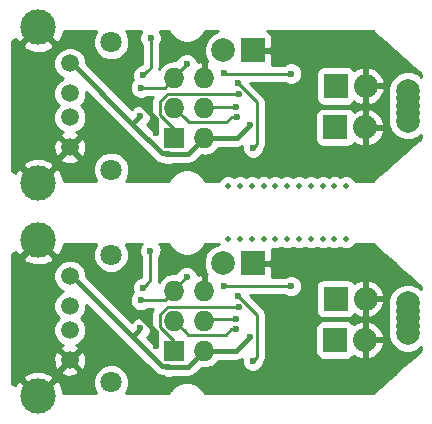
<source format=gbl>
G04 #@! TF.FileFunction,Copper,L2,Bot,Signal*
%FSLAX46Y46*%
G04 Gerber Fmt 4.6, Leading zero omitted, Abs format (unit mm)*
G04 Created by KiCad (PCBNEW 0.201604121231+6687~43~ubuntu15.10.1-product) date Mi 13 Apr 2016 13:49:14 CEST*
%MOMM*%
G01*
G04 APERTURE LIST*
%ADD10C,0.100000*%
%ADD11C,2.000000*%
%ADD12C,1.800000*%
%ADD13C,1.500000*%
%ADD14C,3.000000*%
%ADD15R,2.032000X2.032000*%
%ADD16O,2.032000X2.032000*%
%ADD17R,1.727200X1.727200*%
%ADD18O,1.727200X1.727200*%
%ADD19R,2.000000X2.000000*%
%ADD20C,0.500000*%
%ADD21C,0.600000*%
%ADD22C,0.450000*%
%ADD23C,0.250000*%
%ADD24C,0.254000*%
G04 APERTURE END LIST*
D10*
D11*
X163392800Y-109108800D03*
X163392800Y-111648800D03*
X163392800Y-109743800D03*
X163392800Y-111013800D03*
X163392800Y-110378800D03*
D12*
X138292800Y-105008800D03*
X138292800Y-115808800D03*
D13*
X134792800Y-113920800D03*
X134792800Y-111380800D03*
X134792800Y-109348800D03*
X134792800Y-106808800D03*
D14*
X132125800Y-116968800D03*
X132125800Y-103760800D03*
D15*
X157252800Y-112208800D03*
D16*
X159792800Y-112208800D03*
D15*
X157292800Y-108708800D03*
D16*
X159832800Y-108708800D03*
D17*
X143652800Y-113108800D03*
D18*
X146192800Y-113108800D03*
X143652800Y-110568800D03*
X146192800Y-110568800D03*
X143652800Y-108028800D03*
X146192800Y-108028800D03*
D19*
X150292800Y-105708800D03*
D11*
X147752800Y-105708800D03*
D19*
X150300000Y-87700000D03*
D11*
X147760000Y-87700000D03*
D17*
X143660000Y-95100000D03*
D18*
X146200000Y-95100000D03*
X143660000Y-92560000D03*
X146200000Y-92560000D03*
X143660000Y-90020000D03*
X146200000Y-90020000D03*
D15*
X157300000Y-90700000D03*
D16*
X159840000Y-90700000D03*
D15*
X157260000Y-94200000D03*
D16*
X159800000Y-94200000D03*
D13*
X134800000Y-95912000D03*
X134800000Y-93372000D03*
X134800000Y-91340000D03*
X134800000Y-88800000D03*
D14*
X132133000Y-98960000D03*
X132133000Y-85752000D03*
D20*
X148200000Y-99150000D03*
X149200000Y-99150000D03*
X150200000Y-99150000D03*
X151200000Y-99150000D03*
X152200000Y-99150000D03*
X153200000Y-99150000D03*
X154200000Y-99150000D03*
X155200000Y-99150000D03*
X156200000Y-99150000D03*
X157200000Y-99150000D03*
X158200000Y-99150000D03*
X158200000Y-103650000D03*
X157200000Y-103650000D03*
X156200000Y-103650000D03*
X155200000Y-103650000D03*
X154200000Y-103650000D03*
X153200000Y-103650000D03*
X152200000Y-103650000D03*
X151200000Y-103650000D03*
X150200000Y-103650000D03*
X149200000Y-103650000D03*
X148200000Y-103650000D03*
D12*
X138300000Y-87000000D03*
X138300000Y-97800000D03*
D11*
X163400000Y-91100000D03*
X163400000Y-93640000D03*
X163400000Y-91735000D03*
X163400000Y-93005000D03*
X163400000Y-92370000D03*
D21*
X150021214Y-111993473D03*
X143143330Y-114472402D03*
X140760124Y-111238407D03*
X140767324Y-93229607D03*
X143150530Y-96463602D03*
X150028414Y-93984673D03*
X141142800Y-114458800D03*
X155488100Y-108429500D03*
X155647900Y-115589300D03*
X136292800Y-110208800D03*
X142992800Y-105508800D03*
X140292800Y-105508800D03*
X142092800Y-112708800D03*
X140292800Y-106983810D03*
X140300000Y-88975010D03*
X142100000Y-94700000D03*
X140300000Y-87500000D03*
X143000000Y-87500000D03*
X141150000Y-96450000D03*
X136300000Y-92200000D03*
X155655100Y-97580500D03*
X155495300Y-90420700D03*
X148908218Y-111302969D03*
X148915418Y-93294169D03*
X148866943Y-110460345D03*
X148874143Y-92451545D03*
X149088400Y-109407500D03*
X149095600Y-91398700D03*
X149021600Y-108446600D03*
X150292800Y-113971300D03*
X150300000Y-95962500D03*
X149028800Y-90437800D03*
X147821600Y-107652700D03*
X153536700Y-107660800D03*
X153543900Y-89652000D03*
X147828800Y-89643900D03*
X140798700Y-108853100D03*
X144689000Y-106876000D03*
X144696200Y-88867200D03*
X140805900Y-90844300D03*
X141625000Y-104653100D03*
X140998400Y-107783820D03*
X141005600Y-89775020D03*
X141632200Y-86644300D03*
D22*
X140149700Y-111995700D02*
X142577500Y-114423500D01*
X140149700Y-111995700D02*
X134962800Y-106808800D01*
X134962800Y-106808800D02*
X134792800Y-106808800D01*
X143094428Y-114423500D02*
X143143330Y-114472402D01*
X142577500Y-114423500D02*
X143094428Y-114423500D01*
X140460125Y-111538406D02*
X140760124Y-111238407D01*
X140149700Y-111995700D02*
X140149700Y-111848831D01*
X140149700Y-111848831D02*
X140460125Y-111538406D01*
X148905887Y-113108800D02*
X150021214Y-111993473D01*
X146192800Y-113108800D02*
X148905887Y-113108800D01*
X144829198Y-114472402D02*
X143143330Y-114472402D01*
X146192800Y-113108800D02*
X144829198Y-114472402D01*
X146200000Y-95100000D02*
X144836398Y-96463602D01*
X144836398Y-96463602D02*
X143150530Y-96463602D01*
X146200000Y-95100000D02*
X148913087Y-95100000D01*
X148913087Y-95100000D02*
X150028414Y-93984673D01*
X140156900Y-93840031D02*
X140467325Y-93529606D01*
X140156900Y-93986900D02*
X140156900Y-93840031D01*
X140467325Y-93529606D02*
X140767324Y-93229607D01*
X142584700Y-96414700D02*
X143101628Y-96414700D01*
X143101628Y-96414700D02*
X143150530Y-96463602D01*
X134970000Y-88800000D02*
X134800000Y-88800000D01*
X140156900Y-93986900D02*
X134970000Y-88800000D01*
X140156900Y-93986900D02*
X142584700Y-96414700D01*
X130625801Y-115468801D02*
X132125800Y-116968800D01*
X130625801Y-105260799D02*
X130625801Y-115468801D01*
X132125800Y-103760800D02*
X130625801Y-105260799D01*
X136292800Y-112420800D02*
X134792800Y-113920800D01*
X136292800Y-110208800D02*
X136292800Y-112420800D01*
X146192800Y-106807486D02*
X144844114Y-105458800D01*
X146192800Y-108028800D02*
X146192800Y-106807486D01*
X143042800Y-105458800D02*
X142992800Y-105508800D01*
X144844114Y-105458800D02*
X143042800Y-105458800D01*
X142092800Y-111545763D02*
X139242800Y-108695763D01*
X142092800Y-112708800D02*
X142092800Y-111545763D01*
X139242800Y-108695763D02*
X139242800Y-107258800D01*
X140292800Y-105508800D02*
X140292800Y-106983810D01*
X140300000Y-87500000D02*
X140300000Y-88975010D01*
X139250000Y-90686963D02*
X139250000Y-89250000D01*
X142100000Y-94700000D02*
X142100000Y-93536963D01*
X142100000Y-93536963D02*
X139250000Y-90686963D01*
X144851314Y-87450000D02*
X143050000Y-87450000D01*
X143050000Y-87450000D02*
X143000000Y-87500000D01*
X146200000Y-90020000D02*
X146200000Y-88798686D01*
X146200000Y-88798686D02*
X144851314Y-87450000D01*
X132133000Y-85752000D02*
X130633001Y-87251999D01*
X130633001Y-87251999D02*
X130633001Y-97460001D01*
X130633001Y-97460001D02*
X132133000Y-98960000D01*
X136300000Y-92200000D02*
X136300000Y-94412000D01*
X136300000Y-94412000D02*
X134800000Y-95912000D01*
D23*
X148029522Y-111757401D02*
X144841401Y-111757401D01*
X144841401Y-111757401D02*
X144516399Y-111432399D01*
X148483954Y-111302969D02*
X148029522Y-111757401D01*
X144516399Y-111432399D02*
X143652800Y-110568800D01*
X148908218Y-111302969D02*
X148483954Y-111302969D01*
X148915418Y-93294169D02*
X148491154Y-93294169D01*
X144523599Y-93423599D02*
X143660000Y-92560000D01*
X148491154Y-93294169D02*
X148036722Y-93748601D01*
X144848601Y-93748601D02*
X144523599Y-93423599D01*
X148036722Y-93748601D02*
X144848601Y-93748601D01*
X146301255Y-110460345D02*
X146192800Y-110568800D01*
X148866943Y-110460345D02*
X146301255Y-110460345D01*
X148874143Y-92451545D02*
X146308455Y-92451545D01*
X146308455Y-92451545D02*
X146200000Y-92560000D01*
X148664136Y-109407500D02*
X149088400Y-109407500D01*
X148636835Y-109380199D02*
X148664136Y-109407500D01*
X143082271Y-109380199D02*
X148636835Y-109380199D01*
X142464199Y-109998271D02*
X143082271Y-109380199D01*
X142464199Y-111139329D02*
X142464199Y-109998271D01*
X143652800Y-112327930D02*
X142464199Y-111139329D01*
X143652800Y-113108800D02*
X143652800Y-112327930D01*
X143660000Y-95100000D02*
X143660000Y-94319130D01*
X143660000Y-94319130D02*
X142471399Y-93130529D01*
X142471399Y-93130529D02*
X142471399Y-91989471D01*
X142471399Y-91989471D02*
X143089471Y-91371399D01*
X143089471Y-91371399D02*
X148644035Y-91371399D01*
X148644035Y-91371399D02*
X148671336Y-91398700D01*
X148671336Y-91398700D02*
X149095600Y-91398700D01*
X150292800Y-113971300D02*
X150646215Y-113617885D01*
X150646215Y-113617885D02*
X150646215Y-110071215D01*
X150646215Y-110071215D02*
X149321599Y-108746599D01*
X149321599Y-108746599D02*
X149021600Y-108446600D01*
X149328799Y-90737799D02*
X149028800Y-90437800D01*
X150653415Y-92062415D02*
X149328799Y-90737799D01*
X150653415Y-95609085D02*
X150653415Y-92062415D01*
X150300000Y-95962500D02*
X150653415Y-95609085D01*
X147829700Y-107660800D02*
X147821600Y-107652700D01*
X153536700Y-107660800D02*
X147829700Y-107660800D01*
X153543900Y-89652000D02*
X147836900Y-89652000D01*
X147836900Y-89652000D02*
X147828800Y-89643900D01*
X143652800Y-108028800D02*
X143652800Y-107434300D01*
X144652900Y-106839900D02*
X144689000Y-106876000D01*
X143652800Y-107912200D02*
X144689000Y-106876000D01*
X143652800Y-108028800D02*
X143652800Y-107912200D01*
X143272779Y-108408821D02*
X143652800Y-108028800D01*
X140798700Y-108853100D02*
X142828500Y-108853100D01*
X142828500Y-108853100D02*
X143272779Y-108408821D01*
X142835700Y-90844300D02*
X143279979Y-90400021D01*
X140805900Y-90844300D02*
X142835700Y-90844300D01*
X143279979Y-90400021D02*
X143660000Y-90020000D01*
X143660000Y-90020000D02*
X143660000Y-89903400D01*
X143660000Y-89903400D02*
X144696200Y-88867200D01*
X144660100Y-88831100D02*
X144696200Y-88867200D01*
X143660000Y-90020000D02*
X143660000Y-89425500D01*
X141625000Y-104653100D02*
X141625000Y-107157220D01*
X141298399Y-107483821D02*
X140998400Y-107783820D01*
X141625000Y-107157220D02*
X141298399Y-107483821D01*
X141632200Y-89148420D02*
X141305599Y-89475021D01*
X141305599Y-89475021D02*
X141005600Y-89775020D01*
X141632200Y-86644300D02*
X141632200Y-89148420D01*
D24*
G36*
X130798635Y-87265970D02*
X130958418Y-87584739D01*
X131749187Y-87894723D01*
X132598387Y-87878497D01*
X133307582Y-87584739D01*
X133467365Y-87265970D01*
X132289856Y-86088461D01*
X132649066Y-86088461D01*
X133646970Y-87086365D01*
X133965739Y-86926582D01*
X134275723Y-86135813D01*
X134274818Y-86088461D01*
X137040417Y-86088461D01*
X136999449Y-86129357D01*
X136765267Y-86693330D01*
X136764735Y-87303991D01*
X136997932Y-87868371D01*
X137429357Y-88300551D01*
X137993330Y-88534733D01*
X138603991Y-88535265D01*
X139168371Y-88302068D01*
X139600551Y-87870643D01*
X139834733Y-87306670D01*
X139835265Y-86696009D01*
X139602068Y-86131629D01*
X139558975Y-86088461D01*
X140865565Y-86088461D01*
X140840008Y-86113973D01*
X140697362Y-86457501D01*
X140697038Y-86829467D01*
X140839083Y-87173243D01*
X140872200Y-87206418D01*
X140872200Y-88833618D01*
X140865920Y-88839898D01*
X140820433Y-88839858D01*
X140476657Y-88981903D01*
X140213408Y-89244693D01*
X140070762Y-89588221D01*
X140070438Y-89960187D01*
X140157365Y-90170567D01*
X140013708Y-90313973D01*
X139871062Y-90657501D01*
X139870738Y-91029467D01*
X140012783Y-91373243D01*
X140275573Y-91636492D01*
X140619101Y-91779138D01*
X140991067Y-91779462D01*
X141334843Y-91637417D01*
X141368018Y-91604300D01*
X141832281Y-91604300D01*
X141769251Y-91698632D01*
X141711399Y-91989471D01*
X141711399Y-93130529D01*
X141769251Y-93421368D01*
X141933998Y-93667930D01*
X142220858Y-93954790D01*
X142198243Y-93988635D01*
X142148960Y-94236400D01*
X142148960Y-94762736D01*
X141352657Y-93966433D01*
X141559516Y-93759934D01*
X141702162Y-93416406D01*
X141702486Y-93044440D01*
X141560441Y-92700664D01*
X141297651Y-92437415D01*
X140954123Y-92294769D01*
X140582157Y-92294445D01*
X140238381Y-92436490D01*
X140030366Y-92644142D01*
X136185002Y-88798778D01*
X136185240Y-88525715D01*
X135974831Y-88016485D01*
X135585564Y-87626539D01*
X135076702Y-87415241D01*
X134525715Y-87414760D01*
X134016485Y-87625169D01*
X133626539Y-88014436D01*
X133415241Y-88523298D01*
X133414760Y-89074285D01*
X133625169Y-89583515D01*
X134014436Y-89973461D01*
X134246870Y-90069976D01*
X134016485Y-90165169D01*
X133626539Y-90554436D01*
X133415241Y-91063298D01*
X133414760Y-91614285D01*
X133625169Y-92123515D01*
X133857313Y-92356064D01*
X133626539Y-92586436D01*
X133415241Y-93095298D01*
X133414760Y-93646285D01*
X133625169Y-94155515D01*
X134014436Y-94545461D01*
X134230979Y-94635377D01*
X134076077Y-94699540D01*
X134008088Y-94940483D01*
X134800000Y-95732395D01*
X135591912Y-94940483D01*
X135523923Y-94699540D01*
X135357379Y-94640268D01*
X135583515Y-94546831D01*
X135973461Y-94157564D01*
X136184759Y-93648702D01*
X136185240Y-93097715D01*
X135974831Y-92588485D01*
X135742687Y-92355936D01*
X135973461Y-92125564D01*
X136184759Y-91616702D01*
X136185095Y-91231319D01*
X141976588Y-97022812D01*
X142255593Y-97209237D01*
X142584700Y-97274700D01*
X142665733Y-97274700D01*
X142963731Y-97398440D01*
X143335697Y-97398764D01*
X143517603Y-97323602D01*
X144836398Y-97323602D01*
X145165506Y-97258138D01*
X145444510Y-97071714D01*
X145959602Y-96556622D01*
X146170641Y-96598600D01*
X146229359Y-96598600D01*
X146802848Y-96484526D01*
X147289029Y-96159670D01*
X147422444Y-95960000D01*
X148913087Y-95960000D01*
X149242195Y-95894536D01*
X149365130Y-95812394D01*
X149364838Y-96147667D01*
X149506883Y-96491443D01*
X149769673Y-96754692D01*
X150113201Y-96897338D01*
X150485167Y-96897662D01*
X150828943Y-96755617D01*
X151092192Y-96492827D01*
X151234838Y-96149299D01*
X151234898Y-96080513D01*
X151355563Y-95899925D01*
X151413415Y-95609085D01*
X151413415Y-93184000D01*
X155596560Y-93184000D01*
X155596560Y-95216000D01*
X155645843Y-95463765D01*
X155786191Y-95673809D01*
X155996235Y-95814157D01*
X156244000Y-95863440D01*
X158276000Y-95863440D01*
X158523765Y-95814157D01*
X158733809Y-95673809D01*
X158838662Y-95516887D01*
X158935182Y-95606385D01*
X159417056Y-95805975D01*
X159673000Y-95686836D01*
X159673000Y-94327000D01*
X159927000Y-94327000D01*
X159927000Y-95686836D01*
X160182944Y-95805975D01*
X160664818Y-95606385D01*
X161137188Y-95168379D01*
X161405983Y-94582946D01*
X161287367Y-94327000D01*
X159927000Y-94327000D01*
X159673000Y-94327000D01*
X159653000Y-94327000D01*
X159653000Y-94073000D01*
X159673000Y-94073000D01*
X159673000Y-92713164D01*
X159927000Y-92713164D01*
X159927000Y-94073000D01*
X161287367Y-94073000D01*
X161405983Y-93817054D01*
X161137188Y-93231621D01*
X160664818Y-92793615D01*
X160182944Y-92594025D01*
X159927000Y-92713164D01*
X159673000Y-92713164D01*
X159417056Y-92594025D01*
X158935182Y-92793615D01*
X158838662Y-92883113D01*
X158733809Y-92726191D01*
X158523765Y-92585843D01*
X158276000Y-92536560D01*
X156244000Y-92536560D01*
X155996235Y-92585843D01*
X155786191Y-92726191D01*
X155645843Y-92936235D01*
X155596560Y-93184000D01*
X151413415Y-93184000D01*
X151413415Y-92062415D01*
X151355563Y-91771576D01*
X151190816Y-91525014D01*
X150077802Y-90412000D01*
X152981437Y-90412000D01*
X153013573Y-90444192D01*
X153357101Y-90586838D01*
X153729067Y-90587162D01*
X154072843Y-90445117D01*
X154336092Y-90182327D01*
X154478738Y-89838799D01*
X154478872Y-89684000D01*
X155636560Y-89684000D01*
X155636560Y-91716000D01*
X155685843Y-91963765D01*
X155826191Y-92173809D01*
X156036235Y-92314157D01*
X156284000Y-92363440D01*
X158316000Y-92363440D01*
X158563765Y-92314157D01*
X158773809Y-92173809D01*
X158878662Y-92016887D01*
X158975182Y-92106385D01*
X159457056Y-92305975D01*
X159713000Y-92186836D01*
X159713000Y-90827000D01*
X159967000Y-90827000D01*
X159967000Y-92186836D01*
X160222944Y-92305975D01*
X160704818Y-92106385D01*
X161177188Y-91668379D01*
X161445983Y-91082946D01*
X161327367Y-90827000D01*
X159967000Y-90827000D01*
X159713000Y-90827000D01*
X159693000Y-90827000D01*
X159693000Y-90573000D01*
X159713000Y-90573000D01*
X159713000Y-89213164D01*
X159967000Y-89213164D01*
X159967000Y-90573000D01*
X161327367Y-90573000D01*
X161445983Y-90317054D01*
X161177188Y-89731621D01*
X160704818Y-89293615D01*
X160222944Y-89094025D01*
X159967000Y-89213164D01*
X159713000Y-89213164D01*
X159457056Y-89094025D01*
X158975182Y-89293615D01*
X158878662Y-89383113D01*
X158773809Y-89226191D01*
X158563765Y-89085843D01*
X158316000Y-89036560D01*
X156284000Y-89036560D01*
X156036235Y-89085843D01*
X155826191Y-89226191D01*
X155685843Y-89436235D01*
X155636560Y-89684000D01*
X154478872Y-89684000D01*
X154479062Y-89466833D01*
X154337017Y-89123057D01*
X154074227Y-88859808D01*
X153730699Y-88717162D01*
X153358733Y-88716838D01*
X153014957Y-88858883D01*
X152981782Y-88892000D01*
X151907790Y-88892000D01*
X151935000Y-88826309D01*
X151935000Y-87985750D01*
X151776250Y-87827000D01*
X150427000Y-87827000D01*
X150427000Y-87847000D01*
X150173000Y-87847000D01*
X150173000Y-87827000D01*
X150153000Y-87827000D01*
X150153000Y-87573000D01*
X150173000Y-87573000D01*
X150173000Y-87553000D01*
X150427000Y-87553000D01*
X150427000Y-87573000D01*
X151776250Y-87573000D01*
X151935000Y-87414250D01*
X151935000Y-86573691D01*
X151838327Y-86340302D01*
X151659699Y-86161673D01*
X151482950Y-86088461D01*
X160440935Y-86088461D01*
X160655457Y-86279173D01*
X160655459Y-86279176D01*
X161064530Y-86642844D01*
X161473562Y-87006479D01*
X161473565Y-87006482D01*
X161882738Y-87370240D01*
X162291597Y-87733720D01*
X162700503Y-88097242D01*
X163109513Y-88460856D01*
X163109515Y-88460859D01*
X163518508Y-88824459D01*
X163518511Y-88824461D01*
X163927549Y-89188100D01*
X164336608Y-89551758D01*
X164515969Y-89711212D01*
X164515969Y-89903658D01*
X164327363Y-89714722D01*
X163726648Y-89465284D01*
X163076205Y-89464716D01*
X162475057Y-89713106D01*
X162014722Y-90172637D01*
X161765284Y-90773352D01*
X161764716Y-91423795D01*
X161765269Y-91425134D01*
X161764716Y-92058795D01*
X161765269Y-92060134D01*
X161764716Y-92693795D01*
X161765269Y-92695134D01*
X161764716Y-93328795D01*
X161765269Y-93330134D01*
X161764716Y-93963795D01*
X162013106Y-94564943D01*
X162472637Y-95025278D01*
X163073352Y-95274716D01*
X163723795Y-95275284D01*
X164324943Y-95026894D01*
X164515969Y-94836202D01*
X164515969Y-95096027D01*
X164336662Y-95255432D01*
X164336659Y-95255434D01*
X163927590Y-95619102D01*
X163927587Y-95619104D01*
X163518554Y-95982740D01*
X163109380Y-96346500D01*
X163109378Y-96346503D01*
X162700522Y-96709980D01*
X162291616Y-97073502D01*
X161882605Y-97437117D01*
X161882602Y-97437119D01*
X161473609Y-97800719D01*
X161473607Y-97800722D01*
X161064570Y-98164360D01*
X160655514Y-98528015D01*
X160655511Y-98528017D01*
X160440935Y-98718778D01*
X158979394Y-98718778D01*
X158950704Y-98649343D01*
X158701967Y-98400171D01*
X158376810Y-98265154D01*
X158024735Y-98264847D01*
X157699602Y-98399189D01*
X157376810Y-98265154D01*
X157024735Y-98264847D01*
X156699602Y-98399189D01*
X156376810Y-98265154D01*
X156024735Y-98264847D01*
X155699602Y-98399189D01*
X155376810Y-98265154D01*
X155024735Y-98264847D01*
X154699602Y-98399189D01*
X154376810Y-98265154D01*
X154024735Y-98264847D01*
X153699602Y-98399189D01*
X153376810Y-98265154D01*
X153024735Y-98264847D01*
X152699602Y-98399189D01*
X152376810Y-98265154D01*
X152024735Y-98264847D01*
X151699602Y-98399189D01*
X151376810Y-98265154D01*
X151024735Y-98264847D01*
X150699602Y-98399189D01*
X150376810Y-98265154D01*
X150024735Y-98264847D01*
X149699602Y-98399189D01*
X149376810Y-98265154D01*
X149024735Y-98264847D01*
X148699602Y-98399189D01*
X148376810Y-98265154D01*
X148024735Y-98264847D01*
X147699343Y-98399296D01*
X147450171Y-98648033D01*
X147420795Y-98718778D01*
X146225165Y-98718778D01*
X146209032Y-98686041D01*
X146200197Y-98641630D01*
X146150468Y-98567208D01*
X146110900Y-98486919D01*
X146076862Y-98457053D01*
X146051704Y-98419402D01*
X145685610Y-98053320D01*
X145647964Y-98028167D01*
X145618104Y-97994137D01*
X145537811Y-97954567D01*
X145463378Y-97904835D01*
X145418974Y-97896003D01*
X145378362Y-97875989D01*
X144878386Y-97742166D01*
X144833475Y-97739235D01*
X144790862Y-97724757D01*
X144701268Y-97730605D01*
X144611680Y-97724758D01*
X144569070Y-97739235D01*
X144524156Y-97742167D01*
X144024162Y-97876001D01*
X143983548Y-97896016D01*
X143939139Y-97904850D01*
X143864712Y-97954581D01*
X143784421Y-97994150D01*
X143754558Y-98028184D01*
X143716910Y-98053340D01*
X143350823Y-98419430D01*
X143325668Y-98457078D01*
X143291633Y-98486942D01*
X143252064Y-98567236D01*
X143202335Y-98641661D01*
X143193502Y-98686069D01*
X143177383Y-98718778D01*
X139552332Y-98718778D01*
X139600551Y-98670643D01*
X139834733Y-98106670D01*
X139835265Y-97496009D01*
X139602068Y-96931629D01*
X139170643Y-96499449D01*
X138606670Y-96265267D01*
X137996009Y-96264735D01*
X137431629Y-96497932D01*
X136999449Y-96929357D01*
X136765267Y-97493330D01*
X136764735Y-98103991D01*
X136997932Y-98668371D01*
X137048251Y-98718778D01*
X134263780Y-98718778D01*
X134259497Y-98494613D01*
X133965739Y-97785418D01*
X133646970Y-97625635D01*
X132553827Y-98718778D01*
X132194617Y-98718778D01*
X133467365Y-97446030D01*
X133307582Y-97127261D01*
X132685792Y-96883517D01*
X134008088Y-96883517D01*
X134076077Y-97124460D01*
X134595171Y-97309201D01*
X135145448Y-97281230D01*
X135523923Y-97124460D01*
X135591912Y-96883517D01*
X134800000Y-96091605D01*
X134008088Y-96883517D01*
X132685792Y-96883517D01*
X132516813Y-96817277D01*
X131667613Y-96833503D01*
X130958418Y-97127261D01*
X130798635Y-97446030D01*
X132071383Y-98718778D01*
X131712173Y-98718778D01*
X130619030Y-97625635D01*
X130300261Y-97785418D01*
X130192479Y-98060369D01*
X130185441Y-98053331D01*
X130147796Y-98028178D01*
X130117936Y-97994147D01*
X130037642Y-97954576D01*
X129963210Y-97904843D01*
X129918805Y-97896011D01*
X129886100Y-97879893D01*
X129886100Y-95707171D01*
X133402799Y-95707171D01*
X133430770Y-96257448D01*
X133587540Y-96635923D01*
X133828483Y-96703912D01*
X134620395Y-95912000D01*
X134979605Y-95912000D01*
X135771517Y-96703912D01*
X136012460Y-96635923D01*
X136197201Y-96116829D01*
X136169230Y-95566552D01*
X136012460Y-95188077D01*
X135771517Y-95120088D01*
X134979605Y-95912000D01*
X134620395Y-95912000D01*
X133828483Y-95120088D01*
X133587540Y-95188077D01*
X133402799Y-95707171D01*
X129886100Y-95707171D01*
X129886100Y-86927908D01*
X129919102Y-86911641D01*
X129963581Y-86902780D01*
X130037934Y-86853067D01*
X130118157Y-86813524D01*
X130148066Y-86779432D01*
X130185767Y-86754225D01*
X130216239Y-86723735D01*
X130300261Y-86926582D01*
X130619030Y-87086365D01*
X131616934Y-86088461D01*
X131976144Y-86088461D01*
X130798635Y-87265970D01*
X130798635Y-87265970D01*
G37*
X130798635Y-87265970D02*
X130958418Y-87584739D01*
X131749187Y-87894723D01*
X132598387Y-87878497D01*
X133307582Y-87584739D01*
X133467365Y-87265970D01*
X132289856Y-86088461D01*
X132649066Y-86088461D01*
X133646970Y-87086365D01*
X133965739Y-86926582D01*
X134275723Y-86135813D01*
X134274818Y-86088461D01*
X137040417Y-86088461D01*
X136999449Y-86129357D01*
X136765267Y-86693330D01*
X136764735Y-87303991D01*
X136997932Y-87868371D01*
X137429357Y-88300551D01*
X137993330Y-88534733D01*
X138603991Y-88535265D01*
X139168371Y-88302068D01*
X139600551Y-87870643D01*
X139834733Y-87306670D01*
X139835265Y-86696009D01*
X139602068Y-86131629D01*
X139558975Y-86088461D01*
X140865565Y-86088461D01*
X140840008Y-86113973D01*
X140697362Y-86457501D01*
X140697038Y-86829467D01*
X140839083Y-87173243D01*
X140872200Y-87206418D01*
X140872200Y-88833618D01*
X140865920Y-88839898D01*
X140820433Y-88839858D01*
X140476657Y-88981903D01*
X140213408Y-89244693D01*
X140070762Y-89588221D01*
X140070438Y-89960187D01*
X140157365Y-90170567D01*
X140013708Y-90313973D01*
X139871062Y-90657501D01*
X139870738Y-91029467D01*
X140012783Y-91373243D01*
X140275573Y-91636492D01*
X140619101Y-91779138D01*
X140991067Y-91779462D01*
X141334843Y-91637417D01*
X141368018Y-91604300D01*
X141832281Y-91604300D01*
X141769251Y-91698632D01*
X141711399Y-91989471D01*
X141711399Y-93130529D01*
X141769251Y-93421368D01*
X141933998Y-93667930D01*
X142220858Y-93954790D01*
X142198243Y-93988635D01*
X142148960Y-94236400D01*
X142148960Y-94762736D01*
X141352657Y-93966433D01*
X141559516Y-93759934D01*
X141702162Y-93416406D01*
X141702486Y-93044440D01*
X141560441Y-92700664D01*
X141297651Y-92437415D01*
X140954123Y-92294769D01*
X140582157Y-92294445D01*
X140238381Y-92436490D01*
X140030366Y-92644142D01*
X136185002Y-88798778D01*
X136185240Y-88525715D01*
X135974831Y-88016485D01*
X135585564Y-87626539D01*
X135076702Y-87415241D01*
X134525715Y-87414760D01*
X134016485Y-87625169D01*
X133626539Y-88014436D01*
X133415241Y-88523298D01*
X133414760Y-89074285D01*
X133625169Y-89583515D01*
X134014436Y-89973461D01*
X134246870Y-90069976D01*
X134016485Y-90165169D01*
X133626539Y-90554436D01*
X133415241Y-91063298D01*
X133414760Y-91614285D01*
X133625169Y-92123515D01*
X133857313Y-92356064D01*
X133626539Y-92586436D01*
X133415241Y-93095298D01*
X133414760Y-93646285D01*
X133625169Y-94155515D01*
X134014436Y-94545461D01*
X134230979Y-94635377D01*
X134076077Y-94699540D01*
X134008088Y-94940483D01*
X134800000Y-95732395D01*
X135591912Y-94940483D01*
X135523923Y-94699540D01*
X135357379Y-94640268D01*
X135583515Y-94546831D01*
X135973461Y-94157564D01*
X136184759Y-93648702D01*
X136185240Y-93097715D01*
X135974831Y-92588485D01*
X135742687Y-92355936D01*
X135973461Y-92125564D01*
X136184759Y-91616702D01*
X136185095Y-91231319D01*
X141976588Y-97022812D01*
X142255593Y-97209237D01*
X142584700Y-97274700D01*
X142665733Y-97274700D01*
X142963731Y-97398440D01*
X143335697Y-97398764D01*
X143517603Y-97323602D01*
X144836398Y-97323602D01*
X145165506Y-97258138D01*
X145444510Y-97071714D01*
X145959602Y-96556622D01*
X146170641Y-96598600D01*
X146229359Y-96598600D01*
X146802848Y-96484526D01*
X147289029Y-96159670D01*
X147422444Y-95960000D01*
X148913087Y-95960000D01*
X149242195Y-95894536D01*
X149365130Y-95812394D01*
X149364838Y-96147667D01*
X149506883Y-96491443D01*
X149769673Y-96754692D01*
X150113201Y-96897338D01*
X150485167Y-96897662D01*
X150828943Y-96755617D01*
X151092192Y-96492827D01*
X151234838Y-96149299D01*
X151234898Y-96080513D01*
X151355563Y-95899925D01*
X151413415Y-95609085D01*
X151413415Y-93184000D01*
X155596560Y-93184000D01*
X155596560Y-95216000D01*
X155645843Y-95463765D01*
X155786191Y-95673809D01*
X155996235Y-95814157D01*
X156244000Y-95863440D01*
X158276000Y-95863440D01*
X158523765Y-95814157D01*
X158733809Y-95673809D01*
X158838662Y-95516887D01*
X158935182Y-95606385D01*
X159417056Y-95805975D01*
X159673000Y-95686836D01*
X159673000Y-94327000D01*
X159927000Y-94327000D01*
X159927000Y-95686836D01*
X160182944Y-95805975D01*
X160664818Y-95606385D01*
X161137188Y-95168379D01*
X161405983Y-94582946D01*
X161287367Y-94327000D01*
X159927000Y-94327000D01*
X159673000Y-94327000D01*
X159653000Y-94327000D01*
X159653000Y-94073000D01*
X159673000Y-94073000D01*
X159673000Y-92713164D01*
X159927000Y-92713164D01*
X159927000Y-94073000D01*
X161287367Y-94073000D01*
X161405983Y-93817054D01*
X161137188Y-93231621D01*
X160664818Y-92793615D01*
X160182944Y-92594025D01*
X159927000Y-92713164D01*
X159673000Y-92713164D01*
X159417056Y-92594025D01*
X158935182Y-92793615D01*
X158838662Y-92883113D01*
X158733809Y-92726191D01*
X158523765Y-92585843D01*
X158276000Y-92536560D01*
X156244000Y-92536560D01*
X155996235Y-92585843D01*
X155786191Y-92726191D01*
X155645843Y-92936235D01*
X155596560Y-93184000D01*
X151413415Y-93184000D01*
X151413415Y-92062415D01*
X151355563Y-91771576D01*
X151190816Y-91525014D01*
X150077802Y-90412000D01*
X152981437Y-90412000D01*
X153013573Y-90444192D01*
X153357101Y-90586838D01*
X153729067Y-90587162D01*
X154072843Y-90445117D01*
X154336092Y-90182327D01*
X154478738Y-89838799D01*
X154478872Y-89684000D01*
X155636560Y-89684000D01*
X155636560Y-91716000D01*
X155685843Y-91963765D01*
X155826191Y-92173809D01*
X156036235Y-92314157D01*
X156284000Y-92363440D01*
X158316000Y-92363440D01*
X158563765Y-92314157D01*
X158773809Y-92173809D01*
X158878662Y-92016887D01*
X158975182Y-92106385D01*
X159457056Y-92305975D01*
X159713000Y-92186836D01*
X159713000Y-90827000D01*
X159967000Y-90827000D01*
X159967000Y-92186836D01*
X160222944Y-92305975D01*
X160704818Y-92106385D01*
X161177188Y-91668379D01*
X161445983Y-91082946D01*
X161327367Y-90827000D01*
X159967000Y-90827000D01*
X159713000Y-90827000D01*
X159693000Y-90827000D01*
X159693000Y-90573000D01*
X159713000Y-90573000D01*
X159713000Y-89213164D01*
X159967000Y-89213164D01*
X159967000Y-90573000D01*
X161327367Y-90573000D01*
X161445983Y-90317054D01*
X161177188Y-89731621D01*
X160704818Y-89293615D01*
X160222944Y-89094025D01*
X159967000Y-89213164D01*
X159713000Y-89213164D01*
X159457056Y-89094025D01*
X158975182Y-89293615D01*
X158878662Y-89383113D01*
X158773809Y-89226191D01*
X158563765Y-89085843D01*
X158316000Y-89036560D01*
X156284000Y-89036560D01*
X156036235Y-89085843D01*
X155826191Y-89226191D01*
X155685843Y-89436235D01*
X155636560Y-89684000D01*
X154478872Y-89684000D01*
X154479062Y-89466833D01*
X154337017Y-89123057D01*
X154074227Y-88859808D01*
X153730699Y-88717162D01*
X153358733Y-88716838D01*
X153014957Y-88858883D01*
X152981782Y-88892000D01*
X151907790Y-88892000D01*
X151935000Y-88826309D01*
X151935000Y-87985750D01*
X151776250Y-87827000D01*
X150427000Y-87827000D01*
X150427000Y-87847000D01*
X150173000Y-87847000D01*
X150173000Y-87827000D01*
X150153000Y-87827000D01*
X150153000Y-87573000D01*
X150173000Y-87573000D01*
X150173000Y-87553000D01*
X150427000Y-87553000D01*
X150427000Y-87573000D01*
X151776250Y-87573000D01*
X151935000Y-87414250D01*
X151935000Y-86573691D01*
X151838327Y-86340302D01*
X151659699Y-86161673D01*
X151482950Y-86088461D01*
X160440935Y-86088461D01*
X160655457Y-86279173D01*
X160655459Y-86279176D01*
X161064530Y-86642844D01*
X161473562Y-87006479D01*
X161473565Y-87006482D01*
X161882738Y-87370240D01*
X162291597Y-87733720D01*
X162700503Y-88097242D01*
X163109513Y-88460856D01*
X163109515Y-88460859D01*
X163518508Y-88824459D01*
X163518511Y-88824461D01*
X163927549Y-89188100D01*
X164336608Y-89551758D01*
X164515969Y-89711212D01*
X164515969Y-89903658D01*
X164327363Y-89714722D01*
X163726648Y-89465284D01*
X163076205Y-89464716D01*
X162475057Y-89713106D01*
X162014722Y-90172637D01*
X161765284Y-90773352D01*
X161764716Y-91423795D01*
X161765269Y-91425134D01*
X161764716Y-92058795D01*
X161765269Y-92060134D01*
X161764716Y-92693795D01*
X161765269Y-92695134D01*
X161764716Y-93328795D01*
X161765269Y-93330134D01*
X161764716Y-93963795D01*
X162013106Y-94564943D01*
X162472637Y-95025278D01*
X163073352Y-95274716D01*
X163723795Y-95275284D01*
X164324943Y-95026894D01*
X164515969Y-94836202D01*
X164515969Y-95096027D01*
X164336662Y-95255432D01*
X164336659Y-95255434D01*
X163927590Y-95619102D01*
X163927587Y-95619104D01*
X163518554Y-95982740D01*
X163109380Y-96346500D01*
X163109378Y-96346503D01*
X162700522Y-96709980D01*
X162291616Y-97073502D01*
X161882605Y-97437117D01*
X161882602Y-97437119D01*
X161473609Y-97800719D01*
X161473607Y-97800722D01*
X161064570Y-98164360D01*
X160655514Y-98528015D01*
X160655511Y-98528017D01*
X160440935Y-98718778D01*
X158979394Y-98718778D01*
X158950704Y-98649343D01*
X158701967Y-98400171D01*
X158376810Y-98265154D01*
X158024735Y-98264847D01*
X157699602Y-98399189D01*
X157376810Y-98265154D01*
X157024735Y-98264847D01*
X156699602Y-98399189D01*
X156376810Y-98265154D01*
X156024735Y-98264847D01*
X155699602Y-98399189D01*
X155376810Y-98265154D01*
X155024735Y-98264847D01*
X154699602Y-98399189D01*
X154376810Y-98265154D01*
X154024735Y-98264847D01*
X153699602Y-98399189D01*
X153376810Y-98265154D01*
X153024735Y-98264847D01*
X152699602Y-98399189D01*
X152376810Y-98265154D01*
X152024735Y-98264847D01*
X151699602Y-98399189D01*
X151376810Y-98265154D01*
X151024735Y-98264847D01*
X150699602Y-98399189D01*
X150376810Y-98265154D01*
X150024735Y-98264847D01*
X149699602Y-98399189D01*
X149376810Y-98265154D01*
X149024735Y-98264847D01*
X148699602Y-98399189D01*
X148376810Y-98265154D01*
X148024735Y-98264847D01*
X147699343Y-98399296D01*
X147450171Y-98648033D01*
X147420795Y-98718778D01*
X146225165Y-98718778D01*
X146209032Y-98686041D01*
X146200197Y-98641630D01*
X146150468Y-98567208D01*
X146110900Y-98486919D01*
X146076862Y-98457053D01*
X146051704Y-98419402D01*
X145685610Y-98053320D01*
X145647964Y-98028167D01*
X145618104Y-97994137D01*
X145537811Y-97954567D01*
X145463378Y-97904835D01*
X145418974Y-97896003D01*
X145378362Y-97875989D01*
X144878386Y-97742166D01*
X144833475Y-97739235D01*
X144790862Y-97724757D01*
X144701268Y-97730605D01*
X144611680Y-97724758D01*
X144569070Y-97739235D01*
X144524156Y-97742167D01*
X144024162Y-97876001D01*
X143983548Y-97896016D01*
X143939139Y-97904850D01*
X143864712Y-97954581D01*
X143784421Y-97994150D01*
X143754558Y-98028184D01*
X143716910Y-98053340D01*
X143350823Y-98419430D01*
X143325668Y-98457078D01*
X143291633Y-98486942D01*
X143252064Y-98567236D01*
X143202335Y-98641661D01*
X143193502Y-98686069D01*
X143177383Y-98718778D01*
X139552332Y-98718778D01*
X139600551Y-98670643D01*
X139834733Y-98106670D01*
X139835265Y-97496009D01*
X139602068Y-96931629D01*
X139170643Y-96499449D01*
X138606670Y-96265267D01*
X137996009Y-96264735D01*
X137431629Y-96497932D01*
X136999449Y-96929357D01*
X136765267Y-97493330D01*
X136764735Y-98103991D01*
X136997932Y-98668371D01*
X137048251Y-98718778D01*
X134263780Y-98718778D01*
X134259497Y-98494613D01*
X133965739Y-97785418D01*
X133646970Y-97625635D01*
X132553827Y-98718778D01*
X132194617Y-98718778D01*
X133467365Y-97446030D01*
X133307582Y-97127261D01*
X132685792Y-96883517D01*
X134008088Y-96883517D01*
X134076077Y-97124460D01*
X134595171Y-97309201D01*
X135145448Y-97281230D01*
X135523923Y-97124460D01*
X135591912Y-96883517D01*
X134800000Y-96091605D01*
X134008088Y-96883517D01*
X132685792Y-96883517D01*
X132516813Y-96817277D01*
X131667613Y-96833503D01*
X130958418Y-97127261D01*
X130798635Y-97446030D01*
X132071383Y-98718778D01*
X131712173Y-98718778D01*
X130619030Y-97625635D01*
X130300261Y-97785418D01*
X130192479Y-98060369D01*
X130185441Y-98053331D01*
X130147796Y-98028178D01*
X130117936Y-97994147D01*
X130037642Y-97954576D01*
X129963210Y-97904843D01*
X129918805Y-97896011D01*
X129886100Y-97879893D01*
X129886100Y-95707171D01*
X133402799Y-95707171D01*
X133430770Y-96257448D01*
X133587540Y-96635923D01*
X133828483Y-96703912D01*
X134620395Y-95912000D01*
X134979605Y-95912000D01*
X135771517Y-96703912D01*
X136012460Y-96635923D01*
X136197201Y-96116829D01*
X136169230Y-95566552D01*
X136012460Y-95188077D01*
X135771517Y-95120088D01*
X134979605Y-95912000D01*
X134620395Y-95912000D01*
X133828483Y-95120088D01*
X133587540Y-95188077D01*
X133402799Y-95707171D01*
X129886100Y-95707171D01*
X129886100Y-86927908D01*
X129919102Y-86911641D01*
X129963581Y-86902780D01*
X130037934Y-86853067D01*
X130118157Y-86813524D01*
X130148066Y-86779432D01*
X130185767Y-86754225D01*
X130216239Y-86723735D01*
X130300261Y-86926582D01*
X130619030Y-87086365D01*
X131616934Y-86088461D01*
X131976144Y-86088461D01*
X130798635Y-87265970D01*
G36*
X143193262Y-86121202D02*
X143202097Y-86165676D01*
X143251770Y-86240059D01*
X143291274Y-86320310D01*
X143325345Y-86350233D01*
X143350529Y-86387945D01*
X143716642Y-86754247D01*
X143754335Y-86779446D01*
X143784233Y-86813526D01*
X143864470Y-86853077D01*
X143938834Y-86902792D01*
X143983295Y-86911648D01*
X144023965Y-86931695D01*
X144524104Y-87065609D01*
X144569077Y-87068548D01*
X144611747Y-87083041D01*
X144701278Y-87077189D01*
X144790809Y-87083040D01*
X144833479Y-87068547D01*
X144878451Y-87065607D01*
X145378607Y-86931683D01*
X145419279Y-86911634D01*
X145463743Y-86902777D01*
X145538103Y-86853062D01*
X145618338Y-86813511D01*
X145648238Y-86779428D01*
X145685932Y-86754227D01*
X146052039Y-86387918D01*
X146077222Y-86350207D01*
X146111288Y-86320287D01*
X146150791Y-86240035D01*
X146200466Y-86165646D01*
X146209299Y-86121174D01*
X146225402Y-86088461D01*
X147378738Y-86088461D01*
X146835057Y-86313106D01*
X146374722Y-86772637D01*
X146125284Y-87373352D01*
X146124716Y-88023795D01*
X146373106Y-88624943D01*
X146397197Y-88649076D01*
X146327000Y-88685531D01*
X146327000Y-89893000D01*
X146347000Y-89893000D01*
X146347000Y-90147000D01*
X146327000Y-90147000D01*
X146327000Y-90167000D01*
X146073000Y-90167000D01*
X146073000Y-90147000D01*
X146053000Y-90147000D01*
X146053000Y-89893000D01*
X146073000Y-89893000D01*
X146073000Y-88685531D01*
X145840973Y-88565032D01*
X145624868Y-88666316D01*
X145489317Y-88338257D01*
X145226527Y-88075008D01*
X144882999Y-87932362D01*
X144511033Y-87932038D01*
X144167257Y-88074083D01*
X143904008Y-88336873D01*
X143816855Y-88546760D01*
X143689359Y-88521400D01*
X143630641Y-88521400D01*
X143057152Y-88635474D01*
X142570971Y-88960330D01*
X142369695Y-89261561D01*
X142392200Y-89148420D01*
X142392200Y-87206763D01*
X142424392Y-87174627D01*
X142567038Y-86831099D01*
X142567362Y-86459133D01*
X142425317Y-86115357D01*
X142398468Y-86088461D01*
X143177145Y-86088461D01*
X143193262Y-86121202D01*
X143193262Y-86121202D01*
G37*
X143193262Y-86121202D02*
X143202097Y-86165676D01*
X143251770Y-86240059D01*
X143291274Y-86320310D01*
X143325345Y-86350233D01*
X143350529Y-86387945D01*
X143716642Y-86754247D01*
X143754335Y-86779446D01*
X143784233Y-86813526D01*
X143864470Y-86853077D01*
X143938834Y-86902792D01*
X143983295Y-86911648D01*
X144023965Y-86931695D01*
X144524104Y-87065609D01*
X144569077Y-87068548D01*
X144611747Y-87083041D01*
X144701278Y-87077189D01*
X144790809Y-87083040D01*
X144833479Y-87068547D01*
X144878451Y-87065607D01*
X145378607Y-86931683D01*
X145419279Y-86911634D01*
X145463743Y-86902777D01*
X145538103Y-86853062D01*
X145618338Y-86813511D01*
X145648238Y-86779428D01*
X145685932Y-86754227D01*
X146052039Y-86387918D01*
X146077222Y-86350207D01*
X146111288Y-86320287D01*
X146150791Y-86240035D01*
X146200466Y-86165646D01*
X146209299Y-86121174D01*
X146225402Y-86088461D01*
X147378738Y-86088461D01*
X146835057Y-86313106D01*
X146374722Y-86772637D01*
X146125284Y-87373352D01*
X146124716Y-88023795D01*
X146373106Y-88624943D01*
X146397197Y-88649076D01*
X146327000Y-88685531D01*
X146327000Y-89893000D01*
X146347000Y-89893000D01*
X146347000Y-90147000D01*
X146327000Y-90147000D01*
X146327000Y-90167000D01*
X146073000Y-90167000D01*
X146073000Y-90147000D01*
X146053000Y-90147000D01*
X146053000Y-89893000D01*
X146073000Y-89893000D01*
X146073000Y-88685531D01*
X145840973Y-88565032D01*
X145624868Y-88666316D01*
X145489317Y-88338257D01*
X145226527Y-88075008D01*
X144882999Y-87932362D01*
X144511033Y-87932038D01*
X144167257Y-88074083D01*
X143904008Y-88336873D01*
X143816855Y-88546760D01*
X143689359Y-88521400D01*
X143630641Y-88521400D01*
X143057152Y-88635474D01*
X142570971Y-88960330D01*
X142369695Y-89261561D01*
X142392200Y-89148420D01*
X142392200Y-87206763D01*
X142424392Y-87174627D01*
X142567038Y-86831099D01*
X142567362Y-86459133D01*
X142425317Y-86115357D01*
X142398468Y-86088461D01*
X143177145Y-86088461D01*
X143193262Y-86121202D01*
G36*
X130791435Y-105274770D02*
X130951218Y-105593539D01*
X131741987Y-105903523D01*
X132591187Y-105887297D01*
X133300382Y-105593539D01*
X133460165Y-105274770D01*
X132273792Y-104088397D01*
X132633002Y-104088397D01*
X133639770Y-105095165D01*
X133958539Y-104935382D01*
X134268523Y-104144613D01*
X134267449Y-104088397D01*
X137042096Y-104088397D01*
X136992249Y-104138157D01*
X136758067Y-104702130D01*
X136757535Y-105312791D01*
X136990732Y-105877171D01*
X137422157Y-106309351D01*
X137986130Y-106543533D01*
X138596791Y-106544065D01*
X139161171Y-106310868D01*
X139593351Y-105879443D01*
X139827533Y-105315470D01*
X139828065Y-104704809D01*
X139594868Y-104140429D01*
X139542927Y-104088397D01*
X140867244Y-104088397D01*
X140832808Y-104122773D01*
X140690162Y-104466301D01*
X140689838Y-104838267D01*
X140831883Y-105182043D01*
X140865000Y-105215218D01*
X140865000Y-106842418D01*
X140858720Y-106848698D01*
X140813233Y-106848658D01*
X140469457Y-106990703D01*
X140206208Y-107253493D01*
X140063562Y-107597021D01*
X140063238Y-107968987D01*
X140150165Y-108179367D01*
X140006508Y-108322773D01*
X139863862Y-108666301D01*
X139863538Y-109038267D01*
X140005583Y-109382043D01*
X140268373Y-109645292D01*
X140611901Y-109787938D01*
X140983867Y-109788262D01*
X141327643Y-109646217D01*
X141360818Y-109613100D01*
X141825081Y-109613100D01*
X141762051Y-109707432D01*
X141704199Y-109998271D01*
X141704199Y-111139329D01*
X141762051Y-111430168D01*
X141926798Y-111676730D01*
X142213658Y-111963590D01*
X142191043Y-111997435D01*
X142141760Y-112245200D01*
X142141760Y-112771536D01*
X141345457Y-111975233D01*
X141552316Y-111768734D01*
X141694962Y-111425206D01*
X141695286Y-111053240D01*
X141553241Y-110709464D01*
X141290451Y-110446215D01*
X140946923Y-110303569D01*
X140574957Y-110303245D01*
X140231181Y-110445290D01*
X140023166Y-110652942D01*
X136177802Y-106807578D01*
X136178040Y-106534515D01*
X135967631Y-106025285D01*
X135578364Y-105635339D01*
X135069502Y-105424041D01*
X134518515Y-105423560D01*
X134009285Y-105633969D01*
X133619339Y-106023236D01*
X133408041Y-106532098D01*
X133407560Y-107083085D01*
X133617969Y-107592315D01*
X134007236Y-107982261D01*
X134239670Y-108078776D01*
X134009285Y-108173969D01*
X133619339Y-108563236D01*
X133408041Y-109072098D01*
X133407560Y-109623085D01*
X133617969Y-110132315D01*
X133850113Y-110364864D01*
X133619339Y-110595236D01*
X133408041Y-111104098D01*
X133407560Y-111655085D01*
X133617969Y-112164315D01*
X134007236Y-112554261D01*
X134223779Y-112644177D01*
X134068877Y-112708340D01*
X134000888Y-112949283D01*
X134792800Y-113741195D01*
X135584712Y-112949283D01*
X135516723Y-112708340D01*
X135350179Y-112649068D01*
X135576315Y-112555631D01*
X135966261Y-112166364D01*
X136177559Y-111657502D01*
X136178040Y-111106515D01*
X135967631Y-110597285D01*
X135735487Y-110364736D01*
X135966261Y-110134364D01*
X136177559Y-109625502D01*
X136177895Y-109240119D01*
X141969388Y-115031612D01*
X142248393Y-115218037D01*
X142577500Y-115283500D01*
X142658533Y-115283500D01*
X142956531Y-115407240D01*
X143328497Y-115407564D01*
X143510403Y-115332402D01*
X144829198Y-115332402D01*
X145158306Y-115266938D01*
X145437310Y-115080514D01*
X145952402Y-114565422D01*
X146163441Y-114607400D01*
X146222159Y-114607400D01*
X146795648Y-114493326D01*
X147281829Y-114168470D01*
X147415244Y-113968800D01*
X148905887Y-113968800D01*
X149234995Y-113903336D01*
X149357930Y-113821194D01*
X149357638Y-114156467D01*
X149499683Y-114500243D01*
X149762473Y-114763492D01*
X150106001Y-114906138D01*
X150477967Y-114906462D01*
X150821743Y-114764417D01*
X151084992Y-114501627D01*
X151227638Y-114158099D01*
X151227698Y-114089313D01*
X151348363Y-113908725D01*
X151406215Y-113617885D01*
X151406215Y-111192800D01*
X155589360Y-111192800D01*
X155589360Y-113224800D01*
X155638643Y-113472565D01*
X155778991Y-113682609D01*
X155989035Y-113822957D01*
X156236800Y-113872240D01*
X158268800Y-113872240D01*
X158516565Y-113822957D01*
X158726609Y-113682609D01*
X158831462Y-113525687D01*
X158927982Y-113615185D01*
X159409856Y-113814775D01*
X159665800Y-113695636D01*
X159665800Y-112335800D01*
X159919800Y-112335800D01*
X159919800Y-113695636D01*
X160175744Y-113814775D01*
X160657618Y-113615185D01*
X161129988Y-113177179D01*
X161398783Y-112591746D01*
X161280167Y-112335800D01*
X159919800Y-112335800D01*
X159665800Y-112335800D01*
X159645800Y-112335800D01*
X159645800Y-112081800D01*
X159665800Y-112081800D01*
X159665800Y-110721964D01*
X159919800Y-110721964D01*
X159919800Y-112081800D01*
X161280167Y-112081800D01*
X161398783Y-111825854D01*
X161129988Y-111240421D01*
X160657618Y-110802415D01*
X160175744Y-110602825D01*
X159919800Y-110721964D01*
X159665800Y-110721964D01*
X159409856Y-110602825D01*
X158927982Y-110802415D01*
X158831462Y-110891913D01*
X158726609Y-110734991D01*
X158516565Y-110594643D01*
X158268800Y-110545360D01*
X156236800Y-110545360D01*
X155989035Y-110594643D01*
X155778991Y-110734991D01*
X155638643Y-110945035D01*
X155589360Y-111192800D01*
X151406215Y-111192800D01*
X151406215Y-110071215D01*
X151348363Y-109780376D01*
X151183616Y-109533814D01*
X150070602Y-108420800D01*
X152974237Y-108420800D01*
X153006373Y-108452992D01*
X153349901Y-108595638D01*
X153721867Y-108595962D01*
X154065643Y-108453917D01*
X154328892Y-108191127D01*
X154471538Y-107847599D01*
X154471672Y-107692800D01*
X155629360Y-107692800D01*
X155629360Y-109724800D01*
X155678643Y-109972565D01*
X155818991Y-110182609D01*
X156029035Y-110322957D01*
X156276800Y-110372240D01*
X158308800Y-110372240D01*
X158556565Y-110322957D01*
X158766609Y-110182609D01*
X158871462Y-110025687D01*
X158967982Y-110115185D01*
X159449856Y-110314775D01*
X159705800Y-110195636D01*
X159705800Y-108835800D01*
X159959800Y-108835800D01*
X159959800Y-110195636D01*
X160215744Y-110314775D01*
X160697618Y-110115185D01*
X161169988Y-109677179D01*
X161438783Y-109091746D01*
X161320167Y-108835800D01*
X159959800Y-108835800D01*
X159705800Y-108835800D01*
X159685800Y-108835800D01*
X159685800Y-108581800D01*
X159705800Y-108581800D01*
X159705800Y-107221964D01*
X159959800Y-107221964D01*
X159959800Y-108581800D01*
X161320167Y-108581800D01*
X161438783Y-108325854D01*
X161169988Y-107740421D01*
X160697618Y-107302415D01*
X160215744Y-107102825D01*
X159959800Y-107221964D01*
X159705800Y-107221964D01*
X159449856Y-107102825D01*
X158967982Y-107302415D01*
X158871462Y-107391913D01*
X158766609Y-107234991D01*
X158556565Y-107094643D01*
X158308800Y-107045360D01*
X156276800Y-107045360D01*
X156029035Y-107094643D01*
X155818991Y-107234991D01*
X155678643Y-107445035D01*
X155629360Y-107692800D01*
X154471672Y-107692800D01*
X154471862Y-107475633D01*
X154329817Y-107131857D01*
X154067027Y-106868608D01*
X153723499Y-106725962D01*
X153351533Y-106725638D01*
X153007757Y-106867683D01*
X152974582Y-106900800D01*
X151900590Y-106900800D01*
X151927800Y-106835109D01*
X151927800Y-105994550D01*
X151769050Y-105835800D01*
X150419800Y-105835800D01*
X150419800Y-105855800D01*
X150165800Y-105855800D01*
X150165800Y-105835800D01*
X150145800Y-105835800D01*
X150145800Y-105581800D01*
X150165800Y-105581800D01*
X150165800Y-105561800D01*
X150419800Y-105561800D01*
X150419800Y-105581800D01*
X151769050Y-105581800D01*
X151927800Y-105423050D01*
X151927800Y-104582491D01*
X151884150Y-104477112D01*
X152023190Y-104534846D01*
X152375265Y-104535153D01*
X152700398Y-104400811D01*
X153023190Y-104534846D01*
X153375265Y-104535153D01*
X153700398Y-104400811D01*
X154023190Y-104534846D01*
X154375265Y-104535153D01*
X154700398Y-104400811D01*
X155023190Y-104534846D01*
X155375265Y-104535153D01*
X155700398Y-104400811D01*
X156023190Y-104534846D01*
X156375265Y-104535153D01*
X156700398Y-104400811D01*
X157023190Y-104534846D01*
X157375265Y-104535153D01*
X157700398Y-104400811D01*
X158023190Y-104534846D01*
X158375265Y-104535153D01*
X158700657Y-104400704D01*
X158949829Y-104151967D01*
X158976226Y-104088397D01*
X160440409Y-104088397D01*
X160654989Y-104279138D01*
X161064112Y-104642808D01*
X161473196Y-105006444D01*
X161882419Y-105370203D01*
X162291328Y-105733683D01*
X162700284Y-106097205D01*
X163109346Y-106460821D01*
X163518390Y-106824421D01*
X163927480Y-107188062D01*
X164336589Y-107551720D01*
X164515969Y-107711171D01*
X164515969Y-107919671D01*
X164320163Y-107723522D01*
X163719448Y-107474084D01*
X163069005Y-107473516D01*
X162467857Y-107721906D01*
X162007522Y-108181437D01*
X161758084Y-108782152D01*
X161757516Y-109432595D01*
X161758069Y-109433934D01*
X161757516Y-110067595D01*
X161758069Y-110068934D01*
X161757516Y-110702595D01*
X161758069Y-110703934D01*
X161757516Y-111337595D01*
X161758069Y-111338934D01*
X161757516Y-111972595D01*
X162005906Y-112573743D01*
X162465437Y-113034078D01*
X163066152Y-113283516D01*
X163716595Y-113284084D01*
X164317743Y-113035694D01*
X164515969Y-112837814D01*
X164515969Y-113095936D01*
X164336641Y-113255341D01*
X163927519Y-113619011D01*
X163518435Y-113982647D01*
X163109211Y-114346407D01*
X162700302Y-114709887D01*
X162700300Y-114709890D01*
X162291347Y-115073409D01*
X161882284Y-115437026D01*
X161882283Y-115437027D01*
X161473240Y-115800626D01*
X161473238Y-115800629D01*
X161064151Y-116164267D01*
X160655042Y-116527925D01*
X160440409Y-116718713D01*
X146225165Y-116718713D01*
X146209032Y-116685976D01*
X146200197Y-116641565D01*
X146150468Y-116567143D01*
X146110900Y-116486854D01*
X146076862Y-116456988D01*
X146051704Y-116419337D01*
X145685610Y-116053255D01*
X145647964Y-116028102D01*
X145618104Y-115994072D01*
X145537811Y-115954502D01*
X145463378Y-115904770D01*
X145418974Y-115895938D01*
X145378362Y-115875924D01*
X144878386Y-115742101D01*
X144833477Y-115739170D01*
X144790863Y-115724692D01*
X144701269Y-115730541D01*
X144611680Y-115724693D01*
X144569069Y-115739170D01*
X144524157Y-115742102D01*
X144024161Y-115875935D01*
X143983545Y-115895952D01*
X143939138Y-115904785D01*
X143864711Y-115954516D01*
X143784420Y-115994085D01*
X143754558Y-116028118D01*
X143716908Y-116053275D01*
X143350822Y-116419366D01*
X143325667Y-116457013D01*
X143291633Y-116486877D01*
X143252063Y-116567173D01*
X143202335Y-116641597D01*
X143193502Y-116686004D01*
X143177383Y-116718713D01*
X139554012Y-116718713D01*
X139593351Y-116679443D01*
X139827533Y-116115470D01*
X139828065Y-115504809D01*
X139594868Y-114940429D01*
X139163443Y-114508249D01*
X138599470Y-114274067D01*
X137988809Y-114273535D01*
X137424429Y-114506732D01*
X136992249Y-114938157D01*
X136758067Y-115502130D01*
X136757535Y-116112791D01*
X136990732Y-116677171D01*
X137032201Y-116718713D01*
X134256411Y-116718713D01*
X134252297Y-116503413D01*
X133958539Y-115794218D01*
X133639770Y-115634435D01*
X132555492Y-116718713D01*
X132196282Y-116718713D01*
X133460165Y-115454830D01*
X133300382Y-115136061D01*
X132678592Y-114892317D01*
X134000888Y-114892317D01*
X134068877Y-115133260D01*
X134587971Y-115318001D01*
X135138248Y-115290030D01*
X135516723Y-115133260D01*
X135584712Y-114892317D01*
X134792800Y-114100405D01*
X134000888Y-114892317D01*
X132678592Y-114892317D01*
X132509613Y-114826077D01*
X131660413Y-114842303D01*
X130951218Y-115136061D01*
X130791435Y-115454830D01*
X132055318Y-116718713D01*
X131696108Y-116718713D01*
X130611830Y-115634435D01*
X130293061Y-115794218D01*
X130189803Y-116057628D01*
X130185441Y-116053266D01*
X130147796Y-116028113D01*
X130117936Y-115994082D01*
X130037642Y-115954511D01*
X129963210Y-115904778D01*
X129918805Y-115895946D01*
X129886100Y-115879828D01*
X129886100Y-113715971D01*
X133395599Y-113715971D01*
X133423570Y-114266248D01*
X133580340Y-114644723D01*
X133821283Y-114712712D01*
X134613195Y-113920800D01*
X134972405Y-113920800D01*
X135764317Y-114712712D01*
X136005260Y-114644723D01*
X136190001Y-114125629D01*
X136162030Y-113575352D01*
X136005260Y-113196877D01*
X135764317Y-113128888D01*
X134972405Y-113920800D01*
X134613195Y-113920800D01*
X133821283Y-113128888D01*
X133580340Y-113196877D01*
X133395599Y-113715971D01*
X129886100Y-113715971D01*
X129886100Y-104927843D01*
X129919103Y-104911576D01*
X129963580Y-104902715D01*
X130037932Y-104853003D01*
X130118157Y-104813459D01*
X130148066Y-104779368D01*
X130185766Y-104754161D01*
X130208553Y-104731361D01*
X130293061Y-104935382D01*
X130611830Y-105095165D01*
X131618598Y-104088397D01*
X131977808Y-104088397D01*
X130791435Y-105274770D01*
X130791435Y-105274770D01*
G37*
X130791435Y-105274770D02*
X130951218Y-105593539D01*
X131741987Y-105903523D01*
X132591187Y-105887297D01*
X133300382Y-105593539D01*
X133460165Y-105274770D01*
X132273792Y-104088397D01*
X132633002Y-104088397D01*
X133639770Y-105095165D01*
X133958539Y-104935382D01*
X134268523Y-104144613D01*
X134267449Y-104088397D01*
X137042096Y-104088397D01*
X136992249Y-104138157D01*
X136758067Y-104702130D01*
X136757535Y-105312791D01*
X136990732Y-105877171D01*
X137422157Y-106309351D01*
X137986130Y-106543533D01*
X138596791Y-106544065D01*
X139161171Y-106310868D01*
X139593351Y-105879443D01*
X139827533Y-105315470D01*
X139828065Y-104704809D01*
X139594868Y-104140429D01*
X139542927Y-104088397D01*
X140867244Y-104088397D01*
X140832808Y-104122773D01*
X140690162Y-104466301D01*
X140689838Y-104838267D01*
X140831883Y-105182043D01*
X140865000Y-105215218D01*
X140865000Y-106842418D01*
X140858720Y-106848698D01*
X140813233Y-106848658D01*
X140469457Y-106990703D01*
X140206208Y-107253493D01*
X140063562Y-107597021D01*
X140063238Y-107968987D01*
X140150165Y-108179367D01*
X140006508Y-108322773D01*
X139863862Y-108666301D01*
X139863538Y-109038267D01*
X140005583Y-109382043D01*
X140268373Y-109645292D01*
X140611901Y-109787938D01*
X140983867Y-109788262D01*
X141327643Y-109646217D01*
X141360818Y-109613100D01*
X141825081Y-109613100D01*
X141762051Y-109707432D01*
X141704199Y-109998271D01*
X141704199Y-111139329D01*
X141762051Y-111430168D01*
X141926798Y-111676730D01*
X142213658Y-111963590D01*
X142191043Y-111997435D01*
X142141760Y-112245200D01*
X142141760Y-112771536D01*
X141345457Y-111975233D01*
X141552316Y-111768734D01*
X141694962Y-111425206D01*
X141695286Y-111053240D01*
X141553241Y-110709464D01*
X141290451Y-110446215D01*
X140946923Y-110303569D01*
X140574957Y-110303245D01*
X140231181Y-110445290D01*
X140023166Y-110652942D01*
X136177802Y-106807578D01*
X136178040Y-106534515D01*
X135967631Y-106025285D01*
X135578364Y-105635339D01*
X135069502Y-105424041D01*
X134518515Y-105423560D01*
X134009285Y-105633969D01*
X133619339Y-106023236D01*
X133408041Y-106532098D01*
X133407560Y-107083085D01*
X133617969Y-107592315D01*
X134007236Y-107982261D01*
X134239670Y-108078776D01*
X134009285Y-108173969D01*
X133619339Y-108563236D01*
X133408041Y-109072098D01*
X133407560Y-109623085D01*
X133617969Y-110132315D01*
X133850113Y-110364864D01*
X133619339Y-110595236D01*
X133408041Y-111104098D01*
X133407560Y-111655085D01*
X133617969Y-112164315D01*
X134007236Y-112554261D01*
X134223779Y-112644177D01*
X134068877Y-112708340D01*
X134000888Y-112949283D01*
X134792800Y-113741195D01*
X135584712Y-112949283D01*
X135516723Y-112708340D01*
X135350179Y-112649068D01*
X135576315Y-112555631D01*
X135966261Y-112166364D01*
X136177559Y-111657502D01*
X136178040Y-111106515D01*
X135967631Y-110597285D01*
X135735487Y-110364736D01*
X135966261Y-110134364D01*
X136177559Y-109625502D01*
X136177895Y-109240119D01*
X141969388Y-115031612D01*
X142248393Y-115218037D01*
X142577500Y-115283500D01*
X142658533Y-115283500D01*
X142956531Y-115407240D01*
X143328497Y-115407564D01*
X143510403Y-115332402D01*
X144829198Y-115332402D01*
X145158306Y-115266938D01*
X145437310Y-115080514D01*
X145952402Y-114565422D01*
X146163441Y-114607400D01*
X146222159Y-114607400D01*
X146795648Y-114493326D01*
X147281829Y-114168470D01*
X147415244Y-113968800D01*
X148905887Y-113968800D01*
X149234995Y-113903336D01*
X149357930Y-113821194D01*
X149357638Y-114156467D01*
X149499683Y-114500243D01*
X149762473Y-114763492D01*
X150106001Y-114906138D01*
X150477967Y-114906462D01*
X150821743Y-114764417D01*
X151084992Y-114501627D01*
X151227638Y-114158099D01*
X151227698Y-114089313D01*
X151348363Y-113908725D01*
X151406215Y-113617885D01*
X151406215Y-111192800D01*
X155589360Y-111192800D01*
X155589360Y-113224800D01*
X155638643Y-113472565D01*
X155778991Y-113682609D01*
X155989035Y-113822957D01*
X156236800Y-113872240D01*
X158268800Y-113872240D01*
X158516565Y-113822957D01*
X158726609Y-113682609D01*
X158831462Y-113525687D01*
X158927982Y-113615185D01*
X159409856Y-113814775D01*
X159665800Y-113695636D01*
X159665800Y-112335800D01*
X159919800Y-112335800D01*
X159919800Y-113695636D01*
X160175744Y-113814775D01*
X160657618Y-113615185D01*
X161129988Y-113177179D01*
X161398783Y-112591746D01*
X161280167Y-112335800D01*
X159919800Y-112335800D01*
X159665800Y-112335800D01*
X159645800Y-112335800D01*
X159645800Y-112081800D01*
X159665800Y-112081800D01*
X159665800Y-110721964D01*
X159919800Y-110721964D01*
X159919800Y-112081800D01*
X161280167Y-112081800D01*
X161398783Y-111825854D01*
X161129988Y-111240421D01*
X160657618Y-110802415D01*
X160175744Y-110602825D01*
X159919800Y-110721964D01*
X159665800Y-110721964D01*
X159409856Y-110602825D01*
X158927982Y-110802415D01*
X158831462Y-110891913D01*
X158726609Y-110734991D01*
X158516565Y-110594643D01*
X158268800Y-110545360D01*
X156236800Y-110545360D01*
X155989035Y-110594643D01*
X155778991Y-110734991D01*
X155638643Y-110945035D01*
X155589360Y-111192800D01*
X151406215Y-111192800D01*
X151406215Y-110071215D01*
X151348363Y-109780376D01*
X151183616Y-109533814D01*
X150070602Y-108420800D01*
X152974237Y-108420800D01*
X153006373Y-108452992D01*
X153349901Y-108595638D01*
X153721867Y-108595962D01*
X154065643Y-108453917D01*
X154328892Y-108191127D01*
X154471538Y-107847599D01*
X154471672Y-107692800D01*
X155629360Y-107692800D01*
X155629360Y-109724800D01*
X155678643Y-109972565D01*
X155818991Y-110182609D01*
X156029035Y-110322957D01*
X156276800Y-110372240D01*
X158308800Y-110372240D01*
X158556565Y-110322957D01*
X158766609Y-110182609D01*
X158871462Y-110025687D01*
X158967982Y-110115185D01*
X159449856Y-110314775D01*
X159705800Y-110195636D01*
X159705800Y-108835800D01*
X159959800Y-108835800D01*
X159959800Y-110195636D01*
X160215744Y-110314775D01*
X160697618Y-110115185D01*
X161169988Y-109677179D01*
X161438783Y-109091746D01*
X161320167Y-108835800D01*
X159959800Y-108835800D01*
X159705800Y-108835800D01*
X159685800Y-108835800D01*
X159685800Y-108581800D01*
X159705800Y-108581800D01*
X159705800Y-107221964D01*
X159959800Y-107221964D01*
X159959800Y-108581800D01*
X161320167Y-108581800D01*
X161438783Y-108325854D01*
X161169988Y-107740421D01*
X160697618Y-107302415D01*
X160215744Y-107102825D01*
X159959800Y-107221964D01*
X159705800Y-107221964D01*
X159449856Y-107102825D01*
X158967982Y-107302415D01*
X158871462Y-107391913D01*
X158766609Y-107234991D01*
X158556565Y-107094643D01*
X158308800Y-107045360D01*
X156276800Y-107045360D01*
X156029035Y-107094643D01*
X155818991Y-107234991D01*
X155678643Y-107445035D01*
X155629360Y-107692800D01*
X154471672Y-107692800D01*
X154471862Y-107475633D01*
X154329817Y-107131857D01*
X154067027Y-106868608D01*
X153723499Y-106725962D01*
X153351533Y-106725638D01*
X153007757Y-106867683D01*
X152974582Y-106900800D01*
X151900590Y-106900800D01*
X151927800Y-106835109D01*
X151927800Y-105994550D01*
X151769050Y-105835800D01*
X150419800Y-105835800D01*
X150419800Y-105855800D01*
X150165800Y-105855800D01*
X150165800Y-105835800D01*
X150145800Y-105835800D01*
X150145800Y-105581800D01*
X150165800Y-105581800D01*
X150165800Y-105561800D01*
X150419800Y-105561800D01*
X150419800Y-105581800D01*
X151769050Y-105581800D01*
X151927800Y-105423050D01*
X151927800Y-104582491D01*
X151884150Y-104477112D01*
X152023190Y-104534846D01*
X152375265Y-104535153D01*
X152700398Y-104400811D01*
X153023190Y-104534846D01*
X153375265Y-104535153D01*
X153700398Y-104400811D01*
X154023190Y-104534846D01*
X154375265Y-104535153D01*
X154700398Y-104400811D01*
X155023190Y-104534846D01*
X155375265Y-104535153D01*
X155700398Y-104400811D01*
X156023190Y-104534846D01*
X156375265Y-104535153D01*
X156700398Y-104400811D01*
X157023190Y-104534846D01*
X157375265Y-104535153D01*
X157700398Y-104400811D01*
X158023190Y-104534846D01*
X158375265Y-104535153D01*
X158700657Y-104400704D01*
X158949829Y-104151967D01*
X158976226Y-104088397D01*
X160440409Y-104088397D01*
X160654989Y-104279138D01*
X161064112Y-104642808D01*
X161473196Y-105006444D01*
X161882419Y-105370203D01*
X162291328Y-105733683D01*
X162700284Y-106097205D01*
X163109346Y-106460821D01*
X163518390Y-106824421D01*
X163927480Y-107188062D01*
X164336589Y-107551720D01*
X164515969Y-107711171D01*
X164515969Y-107919671D01*
X164320163Y-107723522D01*
X163719448Y-107474084D01*
X163069005Y-107473516D01*
X162467857Y-107721906D01*
X162007522Y-108181437D01*
X161758084Y-108782152D01*
X161757516Y-109432595D01*
X161758069Y-109433934D01*
X161757516Y-110067595D01*
X161758069Y-110068934D01*
X161757516Y-110702595D01*
X161758069Y-110703934D01*
X161757516Y-111337595D01*
X161758069Y-111338934D01*
X161757516Y-111972595D01*
X162005906Y-112573743D01*
X162465437Y-113034078D01*
X163066152Y-113283516D01*
X163716595Y-113284084D01*
X164317743Y-113035694D01*
X164515969Y-112837814D01*
X164515969Y-113095936D01*
X164336641Y-113255341D01*
X163927519Y-113619011D01*
X163518435Y-113982647D01*
X163109211Y-114346407D01*
X162700302Y-114709887D01*
X162700300Y-114709890D01*
X162291347Y-115073409D01*
X161882284Y-115437026D01*
X161882283Y-115437027D01*
X161473240Y-115800626D01*
X161473238Y-115800629D01*
X161064151Y-116164267D01*
X160655042Y-116527925D01*
X160440409Y-116718713D01*
X146225165Y-116718713D01*
X146209032Y-116685976D01*
X146200197Y-116641565D01*
X146150468Y-116567143D01*
X146110900Y-116486854D01*
X146076862Y-116456988D01*
X146051704Y-116419337D01*
X145685610Y-116053255D01*
X145647964Y-116028102D01*
X145618104Y-115994072D01*
X145537811Y-115954502D01*
X145463378Y-115904770D01*
X145418974Y-115895938D01*
X145378362Y-115875924D01*
X144878386Y-115742101D01*
X144833477Y-115739170D01*
X144790863Y-115724692D01*
X144701269Y-115730541D01*
X144611680Y-115724693D01*
X144569069Y-115739170D01*
X144524157Y-115742102D01*
X144024161Y-115875935D01*
X143983545Y-115895952D01*
X143939138Y-115904785D01*
X143864711Y-115954516D01*
X143784420Y-115994085D01*
X143754558Y-116028118D01*
X143716908Y-116053275D01*
X143350822Y-116419366D01*
X143325667Y-116457013D01*
X143291633Y-116486877D01*
X143252063Y-116567173D01*
X143202335Y-116641597D01*
X143193502Y-116686004D01*
X143177383Y-116718713D01*
X139554012Y-116718713D01*
X139593351Y-116679443D01*
X139827533Y-116115470D01*
X139828065Y-115504809D01*
X139594868Y-114940429D01*
X139163443Y-114508249D01*
X138599470Y-114274067D01*
X137988809Y-114273535D01*
X137424429Y-114506732D01*
X136992249Y-114938157D01*
X136758067Y-115502130D01*
X136757535Y-116112791D01*
X136990732Y-116677171D01*
X137032201Y-116718713D01*
X134256411Y-116718713D01*
X134252297Y-116503413D01*
X133958539Y-115794218D01*
X133639770Y-115634435D01*
X132555492Y-116718713D01*
X132196282Y-116718713D01*
X133460165Y-115454830D01*
X133300382Y-115136061D01*
X132678592Y-114892317D01*
X134000888Y-114892317D01*
X134068877Y-115133260D01*
X134587971Y-115318001D01*
X135138248Y-115290030D01*
X135516723Y-115133260D01*
X135584712Y-114892317D01*
X134792800Y-114100405D01*
X134000888Y-114892317D01*
X132678592Y-114892317D01*
X132509613Y-114826077D01*
X131660413Y-114842303D01*
X130951218Y-115136061D01*
X130791435Y-115454830D01*
X132055318Y-116718713D01*
X131696108Y-116718713D01*
X130611830Y-115634435D01*
X130293061Y-115794218D01*
X130189803Y-116057628D01*
X130185441Y-116053266D01*
X130147796Y-116028113D01*
X130117936Y-115994082D01*
X130037642Y-115954511D01*
X129963210Y-115904778D01*
X129918805Y-115895946D01*
X129886100Y-115879828D01*
X129886100Y-113715971D01*
X133395599Y-113715971D01*
X133423570Y-114266248D01*
X133580340Y-114644723D01*
X133821283Y-114712712D01*
X134613195Y-113920800D01*
X134972405Y-113920800D01*
X135764317Y-114712712D01*
X136005260Y-114644723D01*
X136190001Y-114125629D01*
X136162030Y-113575352D01*
X136005260Y-113196877D01*
X135764317Y-113128888D01*
X134972405Y-113920800D01*
X134613195Y-113920800D01*
X133821283Y-113128888D01*
X133580340Y-113196877D01*
X133395599Y-113715971D01*
X129886100Y-113715971D01*
X129886100Y-104927843D01*
X129919103Y-104911576D01*
X129963580Y-104902715D01*
X130037932Y-104853003D01*
X130118157Y-104813459D01*
X130148066Y-104779368D01*
X130185766Y-104754161D01*
X130208553Y-104731361D01*
X130293061Y-104935382D01*
X130611830Y-105095165D01*
X131618598Y-104088397D01*
X131977808Y-104088397D01*
X130791435Y-105274770D01*
G36*
X143193262Y-104121138D02*
X143202097Y-104165612D01*
X143251770Y-104239995D01*
X143291274Y-104320246D01*
X143325345Y-104350169D01*
X143350529Y-104387881D01*
X143716642Y-104754183D01*
X143754337Y-104779384D01*
X143784234Y-104813462D01*
X143864468Y-104853011D01*
X143938834Y-104902728D01*
X143983297Y-104911584D01*
X144023966Y-104931631D01*
X144524105Y-105065544D01*
X144569077Y-105068483D01*
X144611747Y-105082976D01*
X144701278Y-105077124D01*
X144790809Y-105082975D01*
X144833479Y-105068482D01*
X144878451Y-105065542D01*
X145378607Y-104931618D01*
X145419277Y-104911571D01*
X145463742Y-104902713D01*
X145538107Y-104852995D01*
X145618338Y-104813446D01*
X145648237Y-104779365D01*
X145685932Y-104754163D01*
X146052038Y-104387854D01*
X146077220Y-104350144D01*
X146111289Y-104320222D01*
X146150792Y-104239969D01*
X146200466Y-104165583D01*
X146209300Y-104121109D01*
X146225402Y-104088397D01*
X147392990Y-104088397D01*
X146827857Y-104321906D01*
X146367522Y-104781437D01*
X146118084Y-105382152D01*
X146117516Y-106032595D01*
X146365906Y-106633743D01*
X146389997Y-106657876D01*
X146319800Y-106694331D01*
X146319800Y-107901800D01*
X146339800Y-107901800D01*
X146339800Y-108155800D01*
X146319800Y-108155800D01*
X146319800Y-108175800D01*
X146065800Y-108175800D01*
X146065800Y-108155800D01*
X146045800Y-108155800D01*
X146045800Y-107901800D01*
X146065800Y-107901800D01*
X146065800Y-106694331D01*
X145833773Y-106573832D01*
X145617668Y-106675116D01*
X145482117Y-106347057D01*
X145219327Y-106083808D01*
X144875799Y-105941162D01*
X144503833Y-105940838D01*
X144160057Y-106082883D01*
X143896808Y-106345673D01*
X143809655Y-106555560D01*
X143682159Y-106530200D01*
X143623441Y-106530200D01*
X143049952Y-106644274D01*
X142563771Y-106969130D01*
X142362495Y-107270361D01*
X142385000Y-107157220D01*
X142385000Y-105215563D01*
X142417192Y-105183427D01*
X142559838Y-104839899D01*
X142560162Y-104467933D01*
X142418117Y-104124157D01*
X142382419Y-104088397D01*
X143177145Y-104088397D01*
X143193262Y-104121138D01*
X143193262Y-104121138D01*
G37*
X143193262Y-104121138D02*
X143202097Y-104165612D01*
X143251770Y-104239995D01*
X143291274Y-104320246D01*
X143325345Y-104350169D01*
X143350529Y-104387881D01*
X143716642Y-104754183D01*
X143754337Y-104779384D01*
X143784234Y-104813462D01*
X143864468Y-104853011D01*
X143938834Y-104902728D01*
X143983297Y-104911584D01*
X144023966Y-104931631D01*
X144524105Y-105065544D01*
X144569077Y-105068483D01*
X144611747Y-105082976D01*
X144701278Y-105077124D01*
X144790809Y-105082975D01*
X144833479Y-105068482D01*
X144878451Y-105065542D01*
X145378607Y-104931618D01*
X145419277Y-104911571D01*
X145463742Y-104902713D01*
X145538107Y-104852995D01*
X145618338Y-104813446D01*
X145648237Y-104779365D01*
X145685932Y-104754163D01*
X146052038Y-104387854D01*
X146077220Y-104350144D01*
X146111289Y-104320222D01*
X146150792Y-104239969D01*
X146200466Y-104165583D01*
X146209300Y-104121109D01*
X146225402Y-104088397D01*
X147392990Y-104088397D01*
X146827857Y-104321906D01*
X146367522Y-104781437D01*
X146118084Y-105382152D01*
X146117516Y-106032595D01*
X146365906Y-106633743D01*
X146389997Y-106657876D01*
X146319800Y-106694331D01*
X146319800Y-107901800D01*
X146339800Y-107901800D01*
X146339800Y-108155800D01*
X146319800Y-108155800D01*
X146319800Y-108175800D01*
X146065800Y-108175800D01*
X146065800Y-108155800D01*
X146045800Y-108155800D01*
X146045800Y-107901800D01*
X146065800Y-107901800D01*
X146065800Y-106694331D01*
X145833773Y-106573832D01*
X145617668Y-106675116D01*
X145482117Y-106347057D01*
X145219327Y-106083808D01*
X144875799Y-105941162D01*
X144503833Y-105940838D01*
X144160057Y-106082883D01*
X143896808Y-106345673D01*
X143809655Y-106555560D01*
X143682159Y-106530200D01*
X143623441Y-106530200D01*
X143049952Y-106644274D01*
X142563771Y-106969130D01*
X142362495Y-107270361D01*
X142385000Y-107157220D01*
X142385000Y-105215563D01*
X142417192Y-105183427D01*
X142559838Y-104839899D01*
X142560162Y-104467933D01*
X142418117Y-104124157D01*
X142382419Y-104088397D01*
X143177145Y-104088397D01*
X143193262Y-104121138D01*
M02*

</source>
